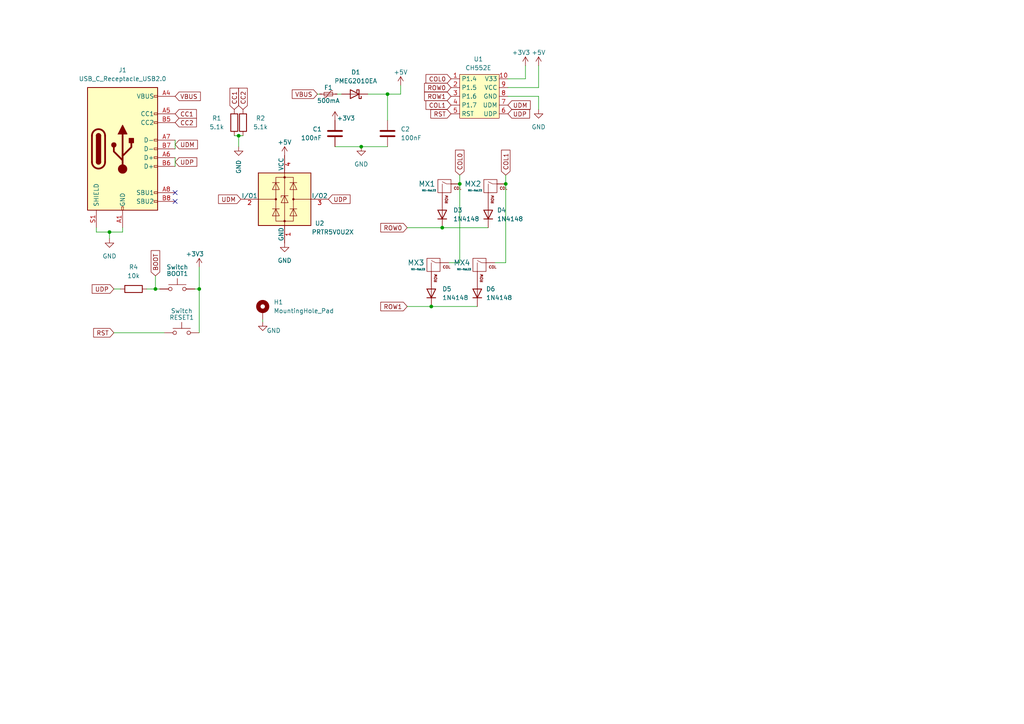
<source format=kicad_sch>
(kicad_sch (version 20231120) (generator "eeschema") (generator_version "8.0")
  (paper "A4")
  (lib_symbols
    (symbol "Connector:USB_C_Receptacle_USB2.0" (pin_names (offset 1.016))
      (property "Reference" "J" (at -10.16 19.05 0))
      (property "Value" "USB_C_Receptacle_USB2.0" (at 19.05 19.05 0))
      (symbol "USB_C_Receptacle_USB2.0_0_0"
        (rectangle (start -0.254 -17.78) (end 0.254 -16.764))
        (rectangle (start 10.16 -14.986) (end 9.144 -15.494))
        (rectangle (start 10.16 -12.446) (end 9.144 -12.954))
        (rectangle (start 10.16 -4.826) (end 9.144 -5.334))
        (rectangle (start 10.16 -2.286) (end 9.144 -2.794))
        (rectangle (start 10.16 0.254) (end 9.144 -0.254))
        (rectangle (start 10.16 2.794) (end 9.144 2.286))
        (rectangle (start 10.16 7.874) (end 9.144 7.366))
        (rectangle (start 10.16 10.414) (end 9.144 9.906))
        (rectangle (start 10.16 15.494) (end 9.144 14.986))
      )
      (symbol "USB_C_Receptacle_USB2.0_0_1"
        (rectangle (start -10.16 17.78) (end 10.16 -17.78) (stroke (width 0.254)) (fill (type background)))
        (arc (start -8.89 -3.81) (mid -6.985 -5.7067) (end -5.08 -3.81) (stroke (width 0.508)))
        (arc (start -7.62 -3.81) (mid -6.985 -4.4423) (end -6.35 -3.81) (stroke (width 0.254)))
        (arc (start -7.62 -3.81) (mid -6.985 -4.4423) (end -6.35 -3.81) (stroke (width 0.254)) (fill (type outline)))
        (rectangle (start -7.62 -3.81) (end -6.35 3.81) (stroke (width 0.254)) (fill (type outline)))
        (arc (start -6.35 3.81) (mid -6.985 4.4423) (end -7.62 3.81) (stroke (width 0.254)))
        (arc (start -6.35 3.81) (mid -6.985 4.4423) (end -7.62 3.81) (stroke (width 0.254)) (fill (type outline)))
        (arc (start -5.08 3.81) (mid -6.985 5.7067) (end -8.89 3.81) (stroke (width 0.508)))
        (circle (center -2.54 1.143) (radius 0.635) (stroke (width 0.254)) (fill (type outline)))
        (circle (center 0 -5.842) (radius 1.27) (fill (type outline)))
        (polyline (pts (xy -8.89 -3.81) (xy -8.89 3.81)) (stroke (width 0.508)))
        (polyline (pts (xy -5.08 3.81) (xy -5.08 -3.81)) (stroke (width 0.508)))
        (polyline (pts (xy 0 -5.842) (xy 0 4.318)) (stroke (width 0.508)))
        (polyline (pts (xy 0 -3.302) (xy -2.54 -0.762) (xy -2.54 0.508)) (stroke (width 0.508)))
        (polyline (pts (xy 0 -2.032) (xy 2.54 0.508) (xy 2.54 1.778)) (stroke (width 0.508)))
        (polyline (pts (xy -1.27 4.318) (xy 0 6.858) (xy 1.27 4.318) (xy -1.27 4.318)) (stroke (width 0.254)) (fill (type outline)))
        (rectangle (start 1.905 1.778) (end 3.175 3.048) (stroke (width 0.254)) (fill (type outline)))
      )
      (symbol "USB_C_Receptacle_USB2.0_1_1"
        (pin passive line (at 0 -22.86 90) (length 5.08) (name "GND") (number "A1"))
        (pin passive line (at 0 -22.86 90) (length 5.08) hide (name "GND") (number "A12"))
        (pin passive line (at 15.24 15.24 180) (length 5.08) (name "VBUS") (number "A4"))
        (pin bidirectional line (at 15.24 10.16 180) (length 5.08) (name "CC1") (number "A5"))
        (pin bidirectional line (at 15.24 -2.54 180) (length 5.08) (name "D+") (number "A6"))
        (pin bidirectional line (at 15.24 2.54 180) (length 5.08) (name "D-") (number "A7"))
        (pin bidirectional line (at 15.24 -12.7 180) (length 5.08) (name "SBU1") (number "A8"))
        (pin passive line (at 15.24 15.24 180) (length 5.08) hide (name "VBUS") (number "A9"))
        (pin passive line (at 0 -22.86 90) (length 5.08) hide (name "GND") (number "B1"))
        (pin passive line (at 0 -22.86 90) (length 5.08) hide (name "GND") (number "B12"))
        (pin passive line (at 15.24 15.24 180) (length 5.08) hide (name "VBUS") (number "B4"))
        (pin bidirectional line (at 15.24 7.62 180) (length 5.08) (name "CC2") (number "B5"))
        (pin bidirectional line (at 15.24 -5.08 180) (length 5.08) (name "D+") (number "B6"))
        (pin bidirectional line (at 15.24 0 180) (length 5.08) (name "D-") (number "B7"))
        (pin bidirectional line (at 15.24 -15.24 180) (length 5.08) (name "SBU2") (number "B8"))
        (pin passive line (at 15.24 15.24 180) (length 5.08) hide (name "VBUS") (number "B9"))
        (pin passive line (at -7.62 -22.86 90) (length 5.08) (name "SHIELD") (number "S1"))
      )
    )
    (symbol "Device:C" (pin_numbers hide) (pin_names (offset 0.254))
      (property "Reference" "C" (at 0.635 2.54 0))
      (property "Value" "C" (at 0.635 -2.54 0))
      (symbol "C_0_1"
        (polyline (pts (xy -2.032 -0.762) (xy 2.032 -0.762)) (stroke (width 0.508)))
        (polyline (pts (xy -2.032 0.762) (xy 2.032 0.762)) (stroke (width 0.508)))
      )
      (symbol "C_1_1"
        (pin passive line (at 0 3.81 270) (length 2.794) (name "~") (number "1"))
        (pin passive line (at 0 -3.81 90) (length 2.794) (name "~") (number "2"))
      )
    )
    (symbol "Device:D_Schottky" (pin_numbers hide) (pin_names (offset 1.016) hide)
      (property "Reference" "D" (at 0 2.54 0))
      (property "Value" "D_Schottky" (at 0 -2.54 0))
      (symbol "D_Schottky_0_1"
        (polyline (pts (xy 1.27 0) (xy -1.27 0)))
        (polyline (pts (xy 1.27 1.27) (xy 1.27 -1.27) (xy -1.27 0) (xy 1.27 1.27)) (stroke (width 0.254)))
        (polyline (pts (xy -1.905 0.635) (xy -1.905 1.27) (xy -1.27 1.27) (xy -1.27 -1.27) (xy -0.635 -1.27) (xy -0.635 -0.635)) (stroke (width 0.254)))
      )
      (symbol "D_Schottky_1_1"
        (pin passive line (at -3.81 0 0) (length 2.54) (name "K") (number "1"))
        (pin passive line (at 3.81 0 180) (length 2.54) (name "A") (number "2"))
      )
    )
    (symbol "Device:Polyfuse_Small" (pin_numbers hide) (pin_names (offset 0))
      (property "Reference" "F" (at -1.905 0 90))
      (property "Value" "Polyfuse_Small" (at 1.905 0 90))
      (symbol "Polyfuse_Small_0_1"
        (rectangle (start -0.508 1.27) (end 0.508 -1.27))
        (polyline (pts (xy 0 2.54) (xy 0 -2.54)))
        (polyline (pts (xy -1.016 1.27) (xy -1.016 0.762) (xy 1.016 -0.762) (xy 1.016 -1.27)))
      )
      (symbol "Polyfuse_Small_1_1"
        (pin passive line (at 0 2.54 270) (length 0.635) (name "~") (number "1"))
        (pin passive line (at 0 -2.54 90) (length 0.635) (name "~") (number "2"))
      )
    )
    (symbol "Device:R" (pin_numbers hide) (pin_names (offset 0))
      (property "Reference" "R" (at 2.032 0 90))
      (property "Value" "R" (at 0 0 90))
      (symbol "R_0_1"
        (rectangle (start -1.016 -2.54) (end 1.016 2.54) (stroke (width 0.254)))
      )
      (symbol "R_1_1"
        (pin passive line (at 0 3.81 270) (length 1.27) (name "~") (number "1"))
        (pin passive line (at 0 -3.81 90) (length 1.27) (name "~") (number "2"))
      )
    )
    (symbol "Diode:1N4148" (pin_numbers hide) (pin_names hide)
      (property "Reference" "D" (at 0 2.54 0))
      (property "Value" "1N4148" (at 0 -2.54 0))
      (symbol "1N4148_0_1"
        (polyline (pts (xy -1.27 1.27) (xy -1.27 -1.27)) (stroke (width 0.254)))
        (polyline (pts (xy 1.27 0) (xy -1.27 0)))
        (polyline (pts (xy 1.27 1.27) (xy 1.27 -1.27) (xy -1.27 0) (xy 1.27 1.27)) (stroke (width 0.254)))
      )
      (symbol "1N4148_1_1"
        (pin passive line (at -3.81 0 0) (length 2.54) (name "K") (number "1"))
        (pin passive line (at 3.81 0 180) (length 2.54) (name "A") (number "2"))
      )
    )
    (symbol "MX_Alps_Hybrid:MX-NoLED" (pin_names (offset 1.016))
      (property "Reference" "MX" (at -0.635 3.81 0))
      (property "Value" "MX-NoLED" (at -0.635 1.27 0))
      (symbol "MX-NoLED_0_0"
        (rectangle (start -2.54 2.54) (end 1.27 -1.27))
        (polyline (pts (xy -1.27 -1.27) (xy -1.27 1.27)) (stroke (width 0.127)))
        (polyline (pts (xy 1.27 1.27) (xy 0 1.27) (xy -1.27 1.905)) (stroke (width 0.127)))
        (text "COL" (at 3.175 0 0) (effects (font (size 0.762 0.762))))
        (text "ROW" (at 0 -1.905 900) (effects (font (size 0.762 0.762)) (justify right)))
      )
      (symbol "MX-NoLED_1_1"
        (pin passive line (at 3.81 1.27 180) (length 2.54) (name "COL") (number "1"))
        (pin passive line (at -1.27 -3.81 90) (length 2.54) (name "ROW") (number "2"))
      )
    )
    (symbol "Mechanical:MountingHole_Pad" (pin_numbers hide) (pin_names (offset 1.016) hide)
      (property "Reference" "H" (at 0 6.35 0))
      (property "Value" "MountingHole_Pad" (at 0 4.445 0))
      (symbol "MountingHole_Pad_0_1"
        (circle (center 0 1.27) (radius 1.27) (stroke (width 1.27)))
      )
      (symbol "MountingHole_Pad_1_1"
        (pin input line (at 0 -2.54 90) (length 2.54) (name "1") (number "1"))
      )
    )
    (symbol "Power_Protection:PRTR5V0U2X" (pin_names (offset 0))
      (property "Reference" "D" (at 2.794 8.636 0))
      (property "Value" "PRTR5V0U2X" (at 8.128 -9.398 0))
      (symbol "PRTR5V0U2X_0_1"
        (rectangle (start -7.62 -7.62) (end 7.62 7.62) (stroke (width 0.254)) (fill (type background)))
        (circle (center -2.54 0) (radius 0.254) (fill (type outline)))
        (rectangle (start -2.54 6.35) (end 2.54 -6.35))
        (circle (center 0 -6.35) (radius 0.254) (fill (type outline)))
        (polyline (pts (xy -2.54 0) (xy -7.62 0)))
        (polyline (pts (xy -1.524 -2.794) (xy -3.556 -2.794)))
        (polyline (pts (xy -1.524 4.826) (xy -3.556 4.826)))
        (polyline (pts (xy 0 -7.62) (xy 0 7.62)))
        (polyline (pts (xy 1.524 -2.794) (xy 3.556 -2.794)))
        (polyline (pts (xy 1.524 4.826) (xy 3.556 4.826)))
        (polyline (pts (xy 2.54 0) (xy 7.62 0)))
        (polyline (pts (xy 1.016 1.016) (xy -1.016 1.016) (xy -1.016 0.508)))
        (polyline (pts (xy -3.556 -4.826) (xy -1.524 -4.826) (xy -2.54 -2.794) (xy -3.556 -4.826)))
        (polyline (pts (xy -3.556 2.794) (xy -1.524 2.794) (xy -2.54 4.826) (xy -3.556 2.794)))
        (polyline (pts (xy -1.016 -1.016) (xy 1.016 -1.016) (xy 0 1.016) (xy -1.016 -1.016)))
        (polyline (pts (xy 3.556 -4.826) (xy 1.524 -4.826) (xy 2.54 -2.794) (xy 3.556 -4.826)))
        (polyline (pts (xy 3.556 2.794) (xy 1.524 2.794) (xy 2.54 4.826) (xy 3.556 2.794)))
        (circle (center 0 6.35) (radius 0.254) (fill (type outline)))
        (circle (center 2.54 0) (radius 0.254) (fill (type outline)))
      )
      (symbol "PRTR5V0U2X_1_1"
        (pin passive line (at 0 -12.7 90) (length 5.08) (name "GND") (number "1"))
        (pin passive line (at -12.7 0 0) (length 5.08) (name "I/O1") (number "2"))
        (pin passive line (at 12.7 0 180) (length 5.08) (name "I/O2") (number "3"))
        (pin passive line (at 0 12.7 270) (length 5.08) (name "VCC") (number "4"))
      )
    )
    (symbol "Switch:SW_Push" (pin_numbers hide) (pin_names (offset 1.016) hide)
      (property "Reference" "SW" (at 1.27 2.54 0))
      (property "Value" "SW_Push" (at 0 -1.524 0))
      (symbol "SW_Push_0_1"
        (circle (center -2.032 0) (radius 0.508))
        (polyline (pts (xy 0 1.27) (xy 0 3.048)))
        (polyline (pts (xy 2.54 1.27) (xy -2.54 1.27)))
        (circle (center 2.032 0) (radius 0.508))
        (pin passive line (at -5.08 0 0) (length 2.54) (name "1") (number "1"))
        (pin passive line (at 5.08 0 180) (length 2.54) (name "2") (number "2"))
      )
    )
    (symbol "VycoSymbs:CH552E"
      (property "Reference" "U" (at 0 0.635 0))
      (property "Value" "CH552E" (at 0 0 0))
      (symbol "CH552E_1_1"
        (rectangle (start -5.08 -1.905) (end 6.35 -14.605) (fill (type background)))
        (pin input line (at -7.62 -3.175 0) (length 2.54) (name "P1.4") (number "1"))
        (pin input line (at 8.89 -3.175 180) (length 2.54) (name "V33") (number "10"))
        (pin input line (at -7.62 -5.715 0) (length 2.54) (name "P1.5") (number "2"))
        (pin input line (at -7.62 -8.255 0) (length 2.54) (name "P1.6") (number "3"))
        (pin input line (at -7.62 -10.795 0) (length 2.54) (name "P1.7") (number "4"))
        (pin input line (at -7.62 -13.335 0) (length 2.54) (name "RST") (number "5"))
        (pin input line (at 8.89 -13.335 180) (length 2.54) (name "UDP") (number "6"))
        (pin input line (at 8.89 -10.795 180) (length 2.54) (name "UDM") (number "7"))
        (pin input line (at 8.89 -8.255 180) (length 2.54) (name "GND") (number "8"))
        (pin input line (at 8.89 -5.715 180) (length 2.54) (name "VCC") (number "9"))
      )
    )
    (symbol "power:+3V3" (power) (pin_names (offset 0))
      (property "Value" "+3V3" (at 0 3.556 0))
      (symbol "+3V3_0_1"
        (polyline (pts (xy -0.762 1.27) (xy 0 2.54)))
        (polyline (pts (xy 0 0) (xy 0 2.54)))
        (polyline (pts (xy 0 2.54) (xy 0.762 1.27)))
      )
      (symbol "+3V3_1_1"
        (pin power_in line (at 0 0 90) (length 0) hide (name "+3V3") (number "1"))
      )
    )
    (symbol "power:+5V" (power) (pin_names (offset 0))
      (property "Value" "+5V" (at 0 3.556 0))
      (symbol "+5V_0_1"
        (polyline (pts (xy -0.762 1.27) (xy 0 2.54)))
        (polyline (pts (xy 0 0) (xy 0 2.54)))
        (polyline (pts (xy 0 2.54) (xy 0.762 1.27)))
      )
      (symbol "+5V_1_1"
        (pin power_in line (at 0 0 90) (length 0) hide (name "+5V") (number "1"))
      )
    )
    (symbol "power:GND" (power) (pin_names (offset 0))
      (property "Value" "GND" (at 0 -3.81 0))
      (symbol "GND_0_1"
        (polyline (pts (xy 0 0) (xy 0 -1.27) (xy 1.27 -1.27) (xy 0 -2.54) (xy -1.27 -1.27) (xy 0 -1.27)))
      )
      (symbol "GND_1_1"
        (pin power_in line (at 0 0 270) (length 0) hide (name "GND") (number "1"))
      )
    )
  )
  (junction (at 104.775 42.545))
  (junction (at 128.27 66.04))
  (junction (at 31.75 67.31))
  (junction (at 133.35 53.34))
  (junction (at 45.085 83.82))
  (junction (at 112.395 27.305))
  (junction (at 125.095 88.9))
  (junction (at 69.215 39.37))
  (junction (at 57.785 83.82))
  (junction (at 146.685 53.34))
  (no_connect (at 50.8 55.88))
  (no_connect (at 50.8 58.42))
  (wire (pts (xy 97.155 42.545) (xy 104.775 42.545)))
  (wire (pts (xy 35.56 66.04) (xy 35.56 67.31)))
  (wire (pts (xy 125.095 88.9) (xy 138.43 88.9)))
  (wire (pts (xy 147.32 22.86) (xy 152.4 22.86)))
  (wire (pts (xy 42.545 83.82) (xy 45.085 83.82)))
  (wire (pts (xy 76.2 92.71) (xy 76.2 93.345)))
  (wire (pts (xy 112.395 27.305) (xy 116.205 27.305)))
  (wire (pts (xy 45.085 83.82) (xy 46.355 83.82)))
  (wire (pts (xy 128.27 66.04) (xy 141.605 66.04)))
  (wire (pts (xy 152.4 22.86) (xy 152.4 19.05)))
  (wire (pts (xy 69.215 39.37) (xy 69.215 42.545)))
  (wire (pts (xy 147.32 27.94) (xy 156.21 27.94)))
  (wire (pts (xy 133.35 50.8) (xy 133.35 53.34)))
  (wire (pts (xy 50.8 45.72) (xy 50.8 48.26)))
  (wire (pts (xy 57.785 83.82) (xy 57.785 96.52)))
  (wire (pts (xy 146.685 50.8) (xy 146.685 53.34)))
  (wire (pts (xy 56.515 83.82) (xy 57.785 83.82)))
  (wire (pts (xy 156.21 19.05) (xy 156.21 25.4)))
  (wire (pts (xy 50.8 40.64) (xy 50.8 43.18)))
  (wire (pts (xy 33.02 83.82) (xy 34.925 83.82)))
  (wire (pts (xy 67.945 39.37) (xy 69.215 39.37)))
  (wire (pts (xy 31.75 67.31) (xy 35.56 67.31)))
  (wire (pts (xy 31.75 69.215) (xy 31.75 67.31)))
  (wire (pts (xy 27.94 67.31) (xy 31.75 67.31)))
  (wire (pts (xy 106.68 27.305) (xy 112.395 27.305)))
  (wire (pts (xy 69.215 39.37) (xy 70.485 39.37)))
  (wire (pts (xy 156.21 27.94) (xy 156.21 31.75)))
  (wire (pts (xy 45.085 80.01) (xy 45.085 83.82)))
  (wire (pts (xy 130.175 76.2) (xy 133.35 76.2)))
  (wire (pts (xy 116.205 24.765) (xy 116.205 27.305)))
  (wire (pts (xy 27.94 66.04) (xy 27.94 67.31)))
  (wire (pts (xy 57.785 77.47) (xy 57.785 83.82)))
  (wire (pts (xy 33.02 96.52) (xy 47.625 96.52)))
  (wire (pts (xy 97.79 27.305) (xy 99.06 27.305)))
  (wire (pts (xy 146.685 53.34) (xy 146.685 76.2)))
  (wire (pts (xy 143.51 76.2) (xy 146.685 76.2)))
  (wire (pts (xy 156.21 25.4) (xy 147.32 25.4)))
  (wire (pts (xy 104.775 42.545) (xy 112.395 42.545)))
  (wire (pts (xy 118.11 66.04) (xy 128.27 66.04)))
  (wire (pts (xy 133.35 76.2) (xy 133.35 53.34)))
  (wire (pts (xy 118.11 88.9) (xy 125.095 88.9)))
  (wire (pts (xy 92.075 27.305) (xy 92.71 27.305)))
  (wire (pts (xy 112.395 27.305) (xy 112.395 34.925)))
  (global_label "VBUS" (shape input) (at 50.8 27.94 0) (property "Intersheetrefs" "${INTERSHEET_REFS}" (effects (hide yes))))
  (global_label "CC1" (shape input) (at 50.8 33.02 0) (property "Intersheetrefs" "${INTERSHEET_REFS}" (effects (hide yes))))
  (global_label "VBUS" (shape input) (at 92.075 27.305 180) (property "Intersheetrefs" "${INTERSHEET_REFS}" (effects (hide yes))))
  (global_label "UDP" (shape input) (at 50.8 46.99 0) (property "Intersheetrefs" "${INTERSHEET_REFS}" (effects (hide yes))))
  (global_label "UDM" (shape input) (at 50.8 41.91 0) (property "Intersheetrefs" "${INTERSHEET_REFS}" (effects (hide yes))))
  (global_label "COL1" (shape input) (at 146.685 50.8 90) (property "Intersheetrefs" "${INTERSHEET_REFS}" (effects (hide yes))))
  (global_label "UDM" (shape input) (at 147.32 30.48 0) (property "Intersheetrefs" "${INTERSHEET_REFS}" (effects (hide yes))))
  (global_label "ROW0" (shape input) (at 130.81 25.4 180) (property "Intersheetrefs" "${INTERSHEET_REFS}" (effects (hide yes))))
  (global_label "CC1" (shape input) (at 67.945 31.75 90) (property "Intersheetrefs" "${INTERSHEET_REFS}" (effects (hide yes))))
  (global_label "CC2" (shape input) (at 70.485 31.75 90) (property "Intersheetrefs" "${INTERSHEET_REFS}" (effects (hide yes))))
  (global_label "BOOT" (shape input) (at 45.085 80.01 90) (property "Intersheetrefs" "${INTERSHEET_REFS}" (effects (hide yes))))
  (global_label "ROW1" (shape input) (at 130.81 27.94 180) (property "Intersheetrefs" "${INTERSHEET_REFS}" (effects (hide yes))))
  (global_label "UDM" (shape input) (at 69.85 57.785 180) (property "Intersheetrefs" "${INTERSHEET_REFS}" (effects (hide yes))))
  (global_label "ROW1" (shape input) (at 118.11 88.9 180) (property "Intersheetrefs" "${INTERSHEET_REFS}" (effects (hide yes))))
  (global_label "ROW0" (shape input) (at 118.11 66.04 180) (property "Intersheetrefs" "${INTERSHEET_REFS}" (effects (hide yes))))
  (global_label "UDP" (shape input) (at 147.32 33.02 0) (property "Intersheetrefs" "${INTERSHEET_REFS}" (effects (hide yes))))
  (global_label "RST" (shape input) (at 130.81 33.02 180) (property "Intersheetrefs" "${INTERSHEET_REFS}" (effects (hide yes))))
  (global_label "COL0" (shape input) (at 130.81 22.86 180) (property "Intersheetrefs" "${INTERSHEET_REFS}" (effects (hide yes))))
  (global_label "CC2" (shape input) (at 50.8 35.56 0) (property "Intersheetrefs" "${INTERSHEET_REFS}" (effects (hide yes))))
  (global_label "COL0" (shape input) (at 133.35 50.8 90) (property "Intersheetrefs" "${INTERSHEET_REFS}" (effects (hide yes))))
  (global_label "UDP" (shape input) (at 95.25 57.785 0) (property "Intersheetrefs" "${INTERSHEET_REFS}" (effects (hide yes))))
  (global_label "UDP" (shape input) (at 33.02 83.82 180) (property "Intersheetrefs" "${INTERSHEET_REFS}" (effects (hide yes))))
  (global_label "COL1" (shape input) (at 130.81 30.48 180) (property "Intersheetrefs" "${INTERSHEET_REFS}" (effects (hide yes))))
  (global_label "RST" (shape input) (at 33.02 96.52 180) (property "Intersheetrefs" "${INTERSHEET_REFS}" (effects (hide yes))))
  (symbol (lib_id "power:+5V") (at 82.55 45.085 0) (unit 1)
    (property "Reference" "#PWR03" (effects (hide yes)))
    (property "Value" "+5V" (at 82.55 41.275 0))
  )
  (symbol (lib_id "Diode:1N4148") (at 125.095 85.09 90) (unit 1) (in_bom no)
    (property "Reference" "D5" (at 128.27 83.82 90) (effects (justify right)))
    (property "Value" "1N4148" (at 128.27 86.36 90) (effects (justify right)))
    (property "Footprint" "Diode_SMD:D_SOD-123" (effects (hide yes)))
    (property "Datasheet" "https://assets.nexperia.com/documents/data-sheet/1N4148_1N4448.pdf" (effects (hide yes)))
    (property "Sim.Device" "D" (effects (hide yes)))
    (property "Sim.Pins" "1=K 2=A" (effects (hide yes)))
  )
  (symbol (lib_id "power:GND") (at 156.21 31.75 0) (unit 1)
    (property "Reference" "#PWR08" (effects (hide yes)))
    (property "Value" "GND" (at 156.21 36.83 0))
  )
  (symbol (lib_id "Device:Polyfuse_Small") (at 95.25 27.305 270) (unit 1)
    (property "Reference" "F1" (at 95.25 25.4 90))
    (property "Value" "500mA" (at 95.25 29.21 90))
    (property "Footprint" "Fuse:Fuse_1206_3216Metric" (effects (hide yes)))
    (property "LCSC" "C210357" (effects (hide yes)))
  )
  (symbol (lib_id "power:+5V") (at 116.205 24.765 0) (unit 1)
    (property "Reference" "#PWR02" (effects (hide yes)))
    (property "Value" "+5V" (at 116.205 20.955 0))
  )
  (symbol (lib_id "Device:C") (at 112.395 38.735 0) (unit 1)
    (property "Reference" "C2" (at 116.205 37.465 0) (effects (justify left)))
    (property "Value" "100nF" (at 116.205 40.005 0) (effects (justify left)))
    (property "Footprint" "Capacitor_SMD:C_0402_1005Metric" (effects (hide yes)))
    (property "LCSC" "C1525" (effects (hide yes)))
  )
  (symbol (lib_id "power:GND") (at 31.75 69.215 0) (unit 1)
    (property "Reference" "#PWR012" (effects (hide yes)))
    (property "Value" "GND" (at 31.75 74.295 0))
  )
  (symbol (lib_id "Diode:1N4148") (at 141.605 62.23 90) (unit 1) (in_bom no)
    (property "Reference" "D4" (at 144.145 60.96 90) (effects (justify right)))
    (property "Value" "1N4148" (at 144.145 63.5 90) (effects (justify right)))
    (property "Footprint" "Diode_SMD:D_SOD-123" (effects (hide yes)))
    (property "Datasheet" "https://assets.nexperia.com/documents/data-sheet/1N4148_1N4448.pdf" (effects (hide yes)))
    (property "Sim.Device" "D" (effects (hide yes)))
    (property "Sim.Pins" "1=K 2=A" (effects (hide yes)))
  )
  (symbol (lib_id "power:+3V3") (at 152.4 19.05 0) (unit 1)
    (property "Reference" "#PWR04" (effects (hide yes)))
    (property "Value" "+3V3" (at 151.13 15.24 0))
  )
  (symbol (lib_id "Diode:1N4148") (at 138.43 85.09 90) (unit 1) (in_bom no)
    (property "Reference" "D6" (at 140.97 83.82 90) (effects (justify right)))
    (property "Value" "1N4148" (at 140.97 86.36 90) (effects (justify right)))
    (property "Footprint" "Diode_SMD:D_SOD-123" (effects (hide yes)))
    (property "Datasheet" "https://assets.nexperia.com/documents/data-sheet/1N4148_1N4448.pdf" (effects (hide yes)))
    (property "Sim.Device" "D" (effects (hide yes)))
    (property "Sim.Pins" "1=K 2=A" (effects (hide yes)))
  )
  (symbol (lib_id "Device:R") (at 70.485 35.56 0) (mirror y) (unit 1)
    (property "Reference" "R2" (at 75.565 34.29 0))
    (property "Value" "5.1k" (at 75.565 36.83 0))
    (property "Footprint" "Resistor_SMD:R_0402_1005Metric" (effects (hide yes)))
    (property "LCSC" "C25905" (effects (hide yes)))
  )
  (symbol (lib_id "power:GND") (at 76.2 93.345 0) (unit 1)
    (property "Reference" "#PWR015" (effects (hide yes)))
    (property "Value" "GND" (at 79.375 95.885 0))
  )
  (symbol (lib_id "Switch:SW_Push") (at 52.705 96.52 0) (unit 1)
    (property "Reference" "RESET1" (at 52.705 92.075 0))
    (property "Value" "Switch" (at 52.705 90.17 0))
    (property "Footprint" "Button_Switch_SMD:SW_Push_1P1T_XKB_TS-1187A" (effects (hide yes)))
  )
  (symbol (lib_id "Device:R") (at 67.945 35.56 0) (mirror y) (unit 1)
    (property "Reference" "R1" (at 62.865 34.29 0))
    (property "Value" "5.1k" (at 62.865 36.83 0))
    (property "Footprint" "Resistor_SMD:R_0402_1005Metric" (effects (hide yes)))
    (property "LCSC" "C25905" (effects (hide yes)))
  )
  (symbol (lib_id "Device:R") (at 38.735 83.82 90) (unit 1)
    (property "Reference" "R4" (at 38.735 77.47 90))
    (property "Value" "10k" (at 38.735 80.01 90))
    (property "Footprint" "Resistor_SMD:R_0402_1005Metric" (effects (hide yes)))
    (property "LCSC" "C25744" (effects (hide yes)))
  )
  (symbol (lib_id "Connector:USB_C_Receptacle_USB2.0") (at 35.56 43.18 0) (unit 1)
    (property "Reference" "J1" (at 35.56 20.32 0))
    (property "Value" "USB_C_Receptacle_USB2.0" (at 35.56 22.86 0))
    (property "Footprint" "fingerpunch:USB_C_Receptacle_HRO_TYPE-C-31-M-12" (effects (hide yes)))
    (property "Datasheet" "https://www.usb.org/sites/default/files/documents/usb_type-c.zip" (effects (hide yes)))
    (property "JLCPCB_CORRECTION" "0; -1.35; 0" (effects (hide yes)))
    (property "LCSC" "C2765186" (effects (hide yes)))
  )
  (symbol (lib_id "Mechanical:MountingHole_Pad") (at 76.2 90.17 0) (unit 1)
    (property "Reference" "H1" (at 79.375 87.63 0) (effects (justify left)))
    (property "Value" "MountingHole_Pad" (at 79.375 90.17 0) (effects (justify left)))
    (property "Footprint" "MountingHole:MountingHole_2.7mm_M2.5_Pad" (effects (hide yes)))
  )
  (symbol (lib_id "power:+3V3") (at 57.785 77.47 0) (unit 1)
    (property "Reference" "#PWR013" (effects (hide yes)))
    (property "Value" "+3V3" (at 56.515 73.66 0))
  )
  (symbol (lib_id "Device:C") (at 97.155 38.735 0) (unit 1)
    (property "Reference" "C1" (at 93.345 37.465 0) (effects (justify right)))
    (property "Value" "100nF" (at 93.345 40.005 0) (effects (justify right)))
    (property "Footprint" "Capacitor_SMD:C_0402_1005Metric" (effects (hide yes)))
    (property "LCSC" "C1525" (effects (hide yes)))
  )
  (symbol (lib_id "MX_Alps_Hybrid:MX-NoLED") (at 129.54 54.61 0) (unit 1) (in_bom no)
    (property "Reference" "MX1" (at 123.825 53.34 0) (effects (font (size 1.524 1.524))))
    (property "Value" "MX-NoLED" (at 124.46 55.245 0) (effects (font (size 0.508 0.508))))
    (property "Footprint" "PCM_marbastlib-mx:SW_MX_HS_CPG151101S11_1u" (effects (hide yes)))
  )
  (symbol (lib_id "MX_Alps_Hybrid:MX-NoLED") (at 142.875 54.61 0) (unit 1) (in_bom no)
    (property "Reference" "MX2" (at 137.16 53.34 0) (effects (font (size 1.524 1.524))))
    (property "Value" "MX-NoLED" (at 137.795 55.245 0) (effects (font (size 0.508 0.508))))
    (property "Footprint" "PCM_marbastlib-mx:SW_MX_HS_CPG151101S11_1u" (effects (hide yes)))
  )
  (symbol (lib_id "Switch:SW_Push") (at 51.435 83.82 0) (unit 1)
    (property "Reference" "BOOT1" (at 51.435 79.375 0))
    (property "Value" "Switch" (at 51.435 77.47 0))
    (property "Footprint" "Button_Switch_SMD:SW_Push_1P1T_XKB_TS-1187A" (effects (hide yes)))
  )
  (symbol (lib_id "VycoSymbs:CH552E") (at 138.43 19.685 0) (unit 1)
    (property "Reference" "U1" (at 138.7475 17.145 0))
    (property "Value" "CH552E" (at 138.7475 19.685 0))
    (property "Footprint" "Package_SO:MSOP-10_3x3mm_P0.5mm" (effects (hide yes)))
  )
  (symbol (lib_id "MX_Alps_Hybrid:MX-NoLED") (at 139.7 77.47 0) (unit 1) (in_bom no)
    (property "Reference" "MX4" (at 133.985 76.2 0) (effects (font (size 1.524 1.524))))
    (property "Value" "MX-NoLED" (at 134.62 78.105 0) (effects (font (size 0.508 0.508))))
    (property "Footprint" "PCM_marbastlib-mx:SW_MX_HS_CPG151101S11_1u" (effects (hide yes)))
  )
  (symbol (lib_id "MX_Alps_Hybrid:MX-NoLED") (at 126.365 77.47 0) (unit 1) (in_bom no)
    (property "Reference" "MX3" (at 120.65 76.2 0) (effects (font (size 1.524 1.524))))
    (property "Value" "MX-NoLED" (at 121.285 78.105 0) (effects (font (size 0.508 0.508))))
    (property "Footprint" "PCM_marbastlib-mx:SW_MX_HS_CPG151101S11_1u" (effects (hide yes)))
  )
  (symbol (lib_id "Device:D_Schottky") (at 102.87 27.305 180) (unit 1)
    (property "Reference" "D1" (at 103.1875 20.955 0))
    (property "Value" "PMEG2010EA" (at 103.1875 23.495 0))
    (property "Footprint" "Diode_SMD:D_SOD-123" (effects (hide yes)))
    (property "LCSC" "C2837790" (effects (hide yes)))
  )
  (symbol (lib_id "power:GND") (at 104.775 42.545 0) (unit 1)
    (property "Reference" "#PWR011" (effects (hide yes)))
    (property "Value" "GND" (at 104.775 47.625 0))
  )
  (symbol (lib_id "power:+5V") (at 156.21 19.05 0) (unit 1)
    (property "Reference" "#PWR05" (effects (hide yes)))
    (property "Value" "+5V" (at 156.21 15.24 0))
  )
  (symbol (lib_id "Power_Protection:PRTR5V0U2X") (at 82.55 57.785 0) (unit 1)
    (property "Reference" "U2" (at 92.71 64.77 0))
    (property "Value" "PRTR5V0U2X" (at 96.52 67.31 0))
    (property "Footprint" "Package_TO_SOT_SMD:SOT-143" (effects (hide yes)))
    (property "Datasheet" "https://assets.nexperia.com/documents/data-sheet/PRTR5V0U2X.pdf" (effects (hide yes)))
    (property "LCSC" "C2827688" (effects (hide yes)))
    (property "JlcRotOffset" "90" (effects (hide yes)))
  )
  (symbol (lib_id "power:GND") (at 69.215 42.545 0) (mirror y) (unit 1)
    (property "Reference" "#PWR06" (effects (hide yes)))
    (property "Value" "GND" (at 69.215 46.355 90) (effects (justify right)))
  )
  (symbol (lib_id "Diode:1N4148") (at 128.27 62.23 90) (unit 1) (in_bom no)
    (property "Reference" "D3" (at 131.445 60.96 90) (effects (justify right)))
    (property "Value" "1N4148" (at 131.445 63.5 90) (effects (justify right)))
    (property "Footprint" "Diode_SMD:D_SOD-123" (effects (hide yes)))
    (property "Datasheet" "https://assets.nexperia.com/documents/data-sheet/1N4148_1N4448.pdf" (effects (hide yes)))
    (property "Sim.Device" "D" (effects (hide yes)))
    (property "Sim.Pins" "1=K 2=A" (effects (hide yes)))
  )
  (symbol (lib_id "power:+3V3") (at 97.155 34.925 0) (unit 1)
    (property "Reference" "#PWR09" (effects (hide yes)))
    (property "Value" "+3V3" (at 100.33 34.29 0))
  )
  (symbol (lib_id "power:GND") (at 82.55 70.485 0) (unit 1)
    (property "Reference" "#PWR010" (effects (hide yes)))
    (property "Value" "GND" (at 82.55 75.565 0))
  )
)
</source>
